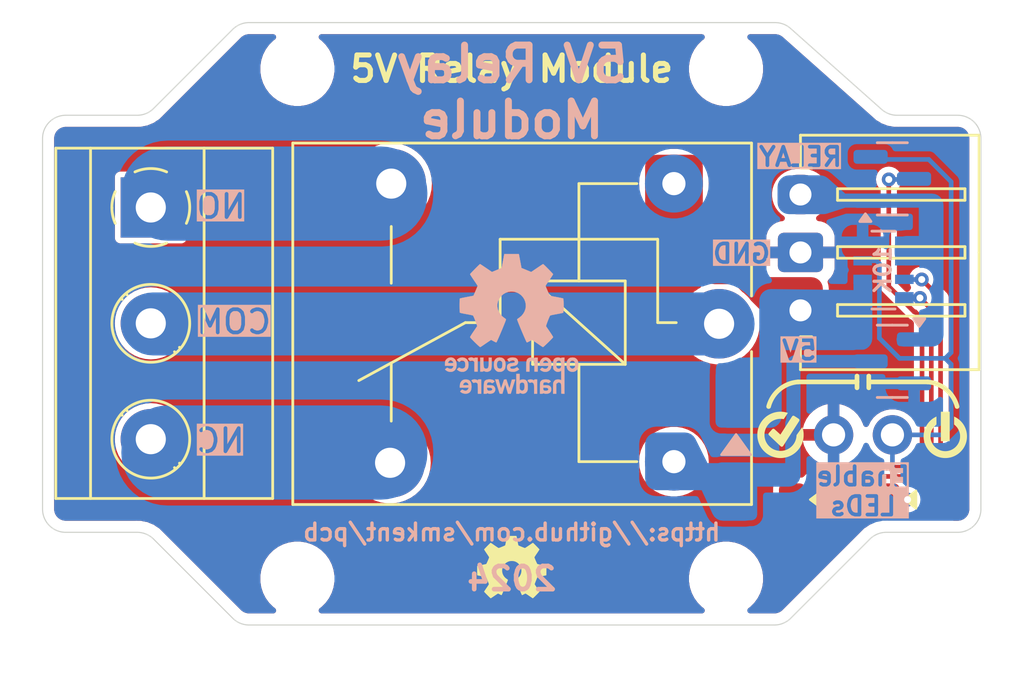
<source format=kicad_pcb>
(kicad_pcb (version 20240108) (generator "pcbnew") (generator_version "8.0")
  (layers (0 "F.Cu" signal) (31 "B.Cu" signal) (34 "B.Paste" user) (35 "F.Paste" user) (36 "B.SilkS" user "B.Silkscreen") (37 "F.SilkS" user "F.Silkscreen") (38 "B.Mask" user) (39 "F.Mask" user) (44 "Edge.Cuts" user))
  (net 0 "")
  (net 1 "+5V")
  (net 2 "RELAY_COIL")
  (net 3 "GND")
  (net 4 "RELAY_CONTROL")
  (net 5 "RELAY_SW_NO")
  (net 6 "RELAY_SW_NC")
  (net 7 "RELAY_SW_COMMON")
  (net 8 "LED_GND")
  (net 9 "Net-(LED1-A)")
  (net 10 "Net-(LED2-A)")
  (net 11 "Net-(LED2-K)")
  (footprint "MountingHole:MountingHole_2.7mm_M2.5" (layer "F.Cu") (at 110 140)
    (property "Reference" "REF**" (hide yes))
    (property "Value" "MountingHole_2.7mm_M2.5")
    (pad "" np_thru_hole circle (at 0 0) (size 2.7 2.7) (drill 2.7) (layers "F&B.Cu" "*.Mask"))
  )
  (footprint "custom:TerminalBlock_Phoenix_MKDS-1,5-3_1x03_P5.00mm_Horizontal_simple" (layer "F.Cu") (at 103.672 123.98 -90)
    (property "Reference" "J2" (hide yes))
    (property "Value" "Screw_Terminal_01x03")
    (pad "1" thru_hole rect (at 0 0 270) (size 2.6 2.6) (drill 1.3) (layers "*.Cu" "*.Mask") (net 5 "RELAY_SW_NO"))
    (pad "2" thru_hole circle (at 5 0 270) (size 2.6 2.6) (drill 1.3) (layers "*.Cu" "*.Mask") (net 7 "RELAY_SW_COMMON"))
    (pad "3" thru_hole circle (at 10 0 270) (size 2.6 2.6) (drill 1.3) (layers "*.Cu" "*.Mask") (net 6 "RELAY_SW_NC"))
  )
  (footprint "MountingHole:MountingHole_2.7mm_M2.5" (layer "F.Cu") (at 128.5 118)
    (property "Reference" "REF**" (hide yes))
    (property "Value" "MountingHole_2.7mm_M2.5")
    (pad "" np_thru_hole circle (at 0 0) (size 2.7 2.7) (drill 2.7) (layers "F&B.Cu" "*.Mask"))
  )
  (footprint "custom:LED_0805_2012Metric_Pad1.15x1.40mm_HandSolder_simple" (layer "F.Cu") (at 132.383 136.588)
    (property "Reference" "LED2" (hide yes))
    (property "Value" "LED")
    (pad "1" smd roundrect (at -1.025 0) (size 1.15 1.4) (layers "F.Cu" "F.Paste" "F.Mask") (roundrect_rratio 0.217391) (net 11 "Net-(LED2-K)"))
    (pad "2" smd roundrect (at 1.025 0) (size 1.15 1.4) (layers "F.Cu" "F.Paste" "F.Mask") (roundrect_rratio 0.217391) (net 10 "Net-(LED2-A)"))
  )
  (footprint "graphics:icon-check-mark-circle-2mm" (layer "F.Cu") (at 130.85 133.794)
    (property "Reference" "G***" (hide yes))
    (property "Value" "LOGO" (hide yes))
  )
  (footprint "Relay_THT:Relay_SPDT_SANYOU_SRD_Series_Form_C" (layer "F.Cu") (at 128.2 129 180)
    (property "Reference" "K1" (hide yes))
    (property "Value" "Relay_SPDT")
    (pad "1" thru_hole circle (at 0 0 270) (size 3 3) (drill 1.3) (layers "*.Cu" "*.Mask") (net 7 "RELAY_SW_COMMON"))
    (pad "2" thru_hole circle (at 1.95 6.05 270) (size 2.5 2.5) (drill 1) (layers "*.Cu" "*.Mask") (net 1 "+5V"))
    (pad "3" thru_hole circle (at 14.15 6.05 270) (size 3 3) (drill 1.3) (layers "*.Cu" "*.Mask") (net 5 "RELAY_SW_NO"))
    (pad "4" thru_hole circle (at 14.2 -6 270) (size 3 3) (drill 1.3) (layers "*.Cu" "*.Mask") (net 6 "RELAY_SW_NC"))
    (pad "5" thru_hole circle (at 1.95 -5.95 270) (size 2.5 2.5) (drill 1) (layers "*.Cu" "*.Mask") (net 2 "RELAY_COIL"))
  )
  (footprint "graphics:icon-power-2mm" (layer "F.Cu") (at 137.962 133.794)
    (property "Reference" "G***" (hide yes))
    (property "Value" "LOGO" (hide yes))
  )
  (footprint "custom:PinHeader_1x02_P2.54mm_Vertical_simple" (layer "F.Cu") (at 135.681 133.794 -90)
    (property "Reference" "J3" (hide yes))
    (property "Value" "Conn_01x02")
    (pad "1" thru_hole oval (at 0 0 270) (size 1.7 1.7) (drill 1) (layers "*.Cu" "*.Mask") (net 8 "LED_GND"))
    (pad "2" thru_hole oval (at 0 2.54 270) (size 1.7 1.7) (drill 1) (layers "*.Cu" "*.Mask") (net 3 "GND"))
  )
  (footprint "custom:LED_0805_2012Metric_Pad1.15x1.40mm_HandSolder_simple" (layer "F.Cu") (at 136.447 136.588)
    (property "Reference" "LED1" (hide yes))
    (property "Value" "LED")
    (pad "1" smd roundrect (at -1.025 0) (size 1.15 1.4) (layers "F.Cu" "F.Paste" "F.Mask") (roundrect_rratio 0.217391) (net 8 "LED_GND"))
    (pad "2" smd roundrect (at 1.025 0) (size 1.15 1.4) (layers "F.Cu" "F.Paste" "F.Mask") (roundrect_rratio 0.217391) (net 9 "Net-(LED1-A)"))
  )
  (footprint "MountingHole:MountingHole_2.7mm_M2.5" (layer "F.Cu") (at 110 118)
    (property "Reference" "REF**" (hide yes))
    (property "Value" "MountingHole_2.7mm_M2.5")
    (pad "" np_thru_hole circle (at 0 0) (size 2.7 2.7) (drill 2.7) (layers "*.Cu" "*.Mask"))
  )
  (footprint "custom:JST_XH_S3B-XH_1x03_P2.50mm_Horizontal_pad2gnd" (layer "F.Cu") (at 131.712 128.42 90)
    (property "Reference" "J1" (hide yes))
    (property "Value" "Conn_01x03")
    (pad "1" thru_hole oval (at 0 0 90) (size 1.7 1.95) (drill 0.95) (layers "*.Cu" "*.Mask") (net 1 "+5V"))
    (pad "2" thru_hole roundrect (at 2.5 0 90) (size 1.7 1.95) (drill 0.95) (layers "*.Cu" "*.Mask") (roundrect_rratio 0.1470588235) (net 3 "GND"))
    (pad "3" thru_hole oval (at 5 0 90) (size 1.7 1.95) (drill 0.95) (layers "*.Cu" "*.Mask") (net 4 "RELAY_CONTROL"))
  )
  (footprint "graphics:oshw-logo-3mm" (layer "F.Cu") (at 119.25 139.5)
    (property "Reference" "G***" (hide yes))
    (property "Value" "LOGO" (hide yes))
  )
  (footprint "MountingHole:MountingHole_2.7mm_M2.5" (layer "F.Cu") (at 128.5 140)
    (property "Reference" "REF**" (hide yes))
    (property "Value" "MountingHole_2.7mm_M2.5")
    (pad "" np_thru_hole circle (at 0 0) (size 2.7 2.7) (drill 2.7) (layers "F&B.Cu" "*.Mask"))
  )
  (footprint "Symbol:OSHW-Logo_5.7x6mm_SilkScreen" (layer "B.Cu") (at 119.25 129 180)
    (property "Reference" "REF**" (hide yes))
    (property "Value" "OSHW-Logo_5.7x6mm_SilkScreen" (hide yes))
  )
  (footprint "Package_TO_SOT_SMD:SOT-23" (layer "B.Cu") (at 135.676 122.745)
    (property "Reference" "Q2" (hide yes))
    (property "Value" "BSS138")
    (pad "1" smd roundrect (at -0.9375 0.95) (size 1.475 0.6) (layers "B.Cu" "B.Paste" "B.Mask") (net 4 "RELAY_CONTROL"))
    (pad "2" smd roundrect (at -0.9375 -0.95) (size 1.475 0.6) (layers "B.Cu" "B.Paste" "B.Mask") (net 8 "LED_GND"))
    (pad "3" smd roundrect (at 0.9375 0) (size 1.475 0.6) (layers "B.Cu" "B.Paste" "B.Mask") (net 11 "Net-(LED2-K)"))
  )
  (footprint "Resistor_SMD:R_Array_Convex_4x0603" (layer "B.Cu") (at 135.295 126.682 180)
    (property "Reference" "RN1" (hide yes))
    (property "Value" "10K")
    (pad "1" smd rect (at -0.9 1.2 180) (size 0.8 0.5) (layers "B.Cu" "B.Paste" "B.Mask") (net 4 "RELAY_CONTROL"))
    (pad "2" smd rect (at -0.9 0.4 180) (size 0.8 0.4) (layers "B.Cu" "B.Paste" "B.Mask") (net 4 "RELAY_CONTROL"))
    (pad "3" smd rect (at -0.9 -0.4 180) (size 0.8 0.4) (layers "B.Cu" "B.Paste" "B.Mask") (net 9 "Net-(LED1-A)"))
    (pad "4" smd rect (at -0.9 -1.2 180) (size 0.8 0.5) (layers "B.Cu" "B.Paste" "B.Mask") (net 10 "Net-(LED2-A)"))
    (pad "5" smd rect (at 0.9 -1.2 180) (size 0.8 0.5) (layers "B.Cu" "B.Paste" "B.Mask") (net 1 "+5V"))
    (pad "6" smd rect (at 0.9 -0.4 180) (size 0.8 0.4) (layers "B.Cu" "B.Paste" "B.Mask") (net 1 "+5V"))
    (pad "7" smd rect (at 0.9 0.4 180) (size 0.8 0.4) (layers "B.Cu" "B.Paste" "B.Mask") (net 8 "LED_GND"))
    (pad "8" smd rect (at 0.9 1.2 180) (size 0.8 0.5) (layers "B.Cu" "B.Paste" "B.Mask") (net 3 "GND"))
  )
  (footprint "Package_TO_SOT_SMD:SOT-23" (layer "B.Cu") (at 135.676 130.619 180)
    (property "Reference" "Q1" (hide yes))
    (property "Value" "BSS138")
    (pad "1" smd roundrect (at -0.9375 0.95 180) (size 1.475 0.6) (layers "B.Cu" "B.Paste" "B.Mask") (net 4 "RELAY_CONTROL"))
    (pad "2" smd roundrect (at -0.9375 -0.95 180) (size 1.475 0.6) (layers "B.Cu" "B.Paste" "B.Mask") (net 3 "GND"))
    (pad "3" smd roundrect (at 0.9375 0 180) (size 1.475 0.6) (layers "B.Cu" "B.Paste" "B.Mask") (net 2 "RELAY_COIL"))
  )
  (footprint "custom:D_SMA_simple" (layer "B.Cu") (at 128.945 134.2324 -90)
    (property "Reference" "D1" (hide yes))
    (property "Value" "SS34")
    (pad "1" smd roundrect (at -2 0 270) (size 2.5 1.8) (layers "B.Cu" "B.Paste" "B.Mask") (roundrect_rratio 0.1388888889) (net 1 "+5V"))
    (pad "2" smd roundrect (at 2 0 270) (size 2.5 1.8) (layers "B.Cu" "B.Paste" "B.Mask") (roundrect_rratio 0.1388888889) (net 2 "RELAY_COIL"))
  )
  (gr_arc (start 130.337985 132.570874) (mid 130.803219 131.836521) (end 131.608489 131.509) (stroke (width 0.2)) (layer "F.SilkS"))
  (gr_line (start 134.66 131.255) (end 134.66 131.763) (stroke (width 0.2)) (layer "F.SilkS"))
  (gr_line (start 131.612 131.509) (end 134.152 131.509) (stroke (width 0.2)) (layer "F.SilkS"))
  (gr_line (start 134.152 131.255) (end 134.152 131.763) (stroke (width 0.2)) (layer "F.SilkS"))
  (gr_line (start 134.66 131.509) (end 137.2 131.509) (stroke (width 0.2)) (layer "F.SilkS"))
  (gr_arc (start 137.2 131.509) (mid 138.00529 131.836499) (end 138.470504 132.570874) (stroke (width 0.2)) (layer "F.SilkS"))
  (gr_poly (pts (arc (start 138.5 138) (mid 139.207107 137.707107) (end 139.5 137)) (arc (start 139.5 121) (mid 139.207107 120.292893) (end 138.5 120)) (arc (start 135.880199 120) (mid 135.524818 119.934722) (end 135.215835 119.747409)) (arc (start 131.284165 116.252591) (mid 130.975182 116.065279) (end 130.619801 116)) (arc (start 107.914214 116) (mid 107.53153 116.07612) (end 107.207107 116.292893)) (arc (start 103.792893 119.707107) (mid 103.468469 119.923875) (end 103.085786 120)) (arc (start 100 120) (mid 99.292893 120.292893) (end 99 121)) (arc (start 99 137) (mid 99.292893 137.707107) (end 100 138)) (arc (start 103.085786 138) (mid 103.468472 138.076116) (end 103.792893 138.292893)) (arc (start 107.207107 141.707107) (mid 107.531528 141.923884) (end 107.914214 142)) (arc (start 130.585786 142) (mid 130.96847 141.92388) (end 131.292893 141.707107)) (arc (start 134.707107 138.292893) (mid 135.03153 138.07612) (end 135.414214 138))) (stroke (width 0.05)) (fill none) (layer "Edge.Cuts"))
  (gr_text "NO" (at 105.5516 123.9388 0) (layer "B.SilkS" knockout) (effects (font (size 1 1) (thickness 0.16) (bold yes)) (justify right mirror)))
  (gr_text "RELAY" (at 131.7136 122.2624 0) (layer "B.SilkS" knockout) (effects (font (size 0.8 0.8) (thickness 0.16) (bold yes)) (justify bottom mirror)))
  (gr_text "COM" (at 105.5516 128.9172 0) (layer "B.SilkS" knockout) (effects (font (size 1 1) (thickness 0.16) (bold yes)) (justify right mirror)))
  (gr_text "2024" (at 119.25 140 0) (layer "B.SilkS") (effects (font (size 1 1) (thickness 0.2) (bold yes)) (justify mirror)))
  (gr_text "NC" (at 105.5516 134.048 0) (layer "B.SilkS" knockout) (effects (font (size 1 1) (thickness 0.16) (bold yes)) (justify right mirror)))
  (gr_text "5V Relay\nModule\n" (at 119.25 119 0) (layer "B.SilkS") (effects (font (size 1.5 1.5) (thickness 0.3) (bold yes)) (justify mirror)))
  (gr_text "https://github.com/smkent/pcb" (at 119.25 138 0) (layer "B.SilkS") (effects (font (size 0.73 0.73) (thickness 0.146) (bold yes)) (justify mirror)))
  (gr_text "Enable\nLEDs" (at 134.411 135.1148 0) (layer "B.SilkS" knockout) (effects (font (size 0.8 0.8) (thickness 0.16) (bold yes)) (justify top mirror)))
  (gr_text "10K" (at 135.2696 126.682 90) (layer "B.SilkS") (effects (font (size 0.7 0.7) (thickness 0.14) (bold yes)) (justify mirror)))
  (gr_text "GND" (at 130.4944 125.9708 0) (layer "B.SilkS" knockout) (effects (font (size 0.8 0.8) (thickness 0.16) (bold yes)) (justify left mirror)))
  (gr_text "5V" (at 131.6628 129.6792 0) (layer "B.SilkS" knockout) (effects (font (size 0.8 0.8) (thickness 0.16) (bold yes)) (justify top mirror)))
  (gr_text "5V Relay Module\n" (at 119.25 118 0) (layer "F.SilkS") (effects (font (size 1.1 1.1) (thickness 0.22) (bold yes))))
  (segment (start 136.3364 136.588) (end 135.422 136.588) (width 0.2) (layer "F.Cu") (net 8))
  (via (at 136.3364 136.588) (size 0.6) (drill 0.3) (layers "F.Cu" "B.Cu") (net 8))
  (segment (start 135.681 135.9326) (end 136.3364 136.588) (width 0.2) (layer "B.Cu") (net 8))
  (segment (start 138.216 130.238) (end 137.962 130.492) (width 0.2) (layer "B.Cu") (net 8))
  (segment (start 134.995 126.282) (end 134.395 126.282) (width 0.2) (layer "B.Cu") (net 8))
  (segment (start 137.2508 121.9068) (end 138.216 122.872) (width 0.2) (layer "B.Cu") (net 8))
  (segment (start 137.962 130.492) (end 135.989552 130.492) (width 0.2) (layer "B.Cu") (net 8))
  (segment (start 138.216 122.872) (end 138.216 130.238) (width 0.2) (layer "B.Cu") (net 8))
  (segment (start 135.989552 130.492) (end 135.1172 129.619648) (width 0.2) (layer "B.Cu") (net 8))
  (segment (start 137.8604 133.794) (end 135.681 133.794) (width 0.2) (layer "B.Cu") (net 8))
  (segment (start 134.7385 121.795) (end 134.8503 121.9068) (width 0.2) (layer "B.Cu") (net 8))
  (segment (start 135.681 133.794) (end 135.681 135.9326) (width 0.2) (layer "B.Cu") (net 8))
  (segment (start 135.1172 126.4042) (end 134.995 126.282) (width 0.2) (layer "B.Cu") (net 8))
  (segment (start 138.216 133.4384) (end 137.8604 133.794) (width 0.2) (layer "B.Cu") (net 8))
  (segment (start 134.8503 121.9068) (end 137.2508 121.9068) (width 0.2) (layer "B.Cu") (net 8))
  (segment (start 135.1172 129.619648) (end 135.1172 126.4042) (width 0.2) (layer "B.Cu") (net 8))
  (segment (start 138.216 130.746) (end 138.216 133.4384) (width 0.2) (layer "B.Cu") (net 8))
  (segment (start 137.962 130.492) (end 138.216 130.746) (width 0.2) (layer "B.Cu") (net 8))
  (segment (start 137.7588 127.9012) (end 136.946 127.0884) (width 0.2) (layer "F.Cu") (net 9))
  (segment (start 137.7588 136.3012) (end 137.7588 127.9012) (width 0.2) (layer "F.Cu") (net 9))
  (segment (start 137.472 136.588) (end 137.7588 136.3012) (width 0.2) (layer "F.Cu") (net 9))
  (via (at 136.946 127.0884) (size 0.6) (drill 0.3) (layers "F.Cu" "B.Cu") (net 9))
  (segment (start 136.946 127.0884) (end 136.2014 127.0884) (width 0.2) (layer "B.Cu") (net 9))
  (segment (start 136.2014 127.0884) (end 136.195 127.082) (width 0.2) (layer "B.Cu") (net 9))
  (segment (start 133.408 136.588) (end 134.408 135.588) (width 0.2) (layer "F.Cu") (net 10))
  (segment (start 136.5744 135.588) (end 137.3588 134.8036) (width 0.2) (layer "F.Cu") (net 10))
  (segment (start 137.3588 128.374784) (end 136.868673 127.884657) (width 0.2) (layer "F.Cu") (net 10))
  (segment (start 134.408 135.588) (end 136.5744 135.588) (width 0.2) (layer "F.Cu") (net 10))
  (segment (start 137.3588 134.8036) (end 137.3588 128.374784) (width 0.2) (layer "F.Cu") (net 10))
  (via (at 136.868673 127.884657) (size 0.6) (drill 0.3) (layers "F.Cu" "B.Cu") (net 10))
  (segment (start 136.868673 127.884657) (end 136.197657 127.884657) (width 0.2) (layer "B.Cu") (net 10))
  (segment (start 136.197657 127.884657) (end 136.195 127.882) (width 0.2) (layer "B.Cu") (net 10))
  (segment (start 134.242314 135.188) (end 136.408714 135.188) (width 0.2) (layer "F.Cu") (net 11))
  (segment (start 136.9588 134.637914) (end 136.9588 128.7776) (width 0.2) (layer "F.Cu") (net 11))
  (segment (start 136.665857 128.484657) (end 136.620144 128.484657) (width 0.2) (layer "F.Cu") (net 11))
  (segment (start 135.5236 127.388113) (end 135.5236 122.7704) (width 0.2) (layer "F.Cu") (net 11))
  (segment (start 131.358 136.588) (end 132.358 135.588) (width 0.2) (layer "F.Cu") (net 11))
  (segment (start 136.9588 128.7776) (end 136.665857 128.484657) (width 0.2) (layer "F.Cu") (net 11))
  (segment (start 132.358 135.588) (end 133.842314 135.588) (width 0.2) (layer "F.Cu") (net 11))
  (segment (start 133.842314 135.588) (end 134.242314 135.188) (width 0.2) (layer "F.Cu") (net 11))
  (segment (start 136.620144 128.484657) (end 135.5236 127.388113) (width 0.2) (layer "F.Cu") (net 11))
  (segment (start 136.408714 135.188) (end 136.9588 134.637914) (width 0.2) (layer "F.Cu") (net 11))
  (via (at 135.5236 122.7704) (size 0.6) (drill 0.3) (layers "F.Cu" "B.Cu") (net 11))
  (segment (start 136.5881 122.7704) (end 136.6135 122.745) (width 0.2) (layer "B.Cu") (net 11))
  (segment (start 135.5236 122.7704) (end 136.5881 122.7704) (width 0.2) (layer "B.Cu") (net 11))
  (zone (net 1) (net_name "+5V") (layer "F.Cu") (priority 4) (connect_pads yes (clearance 0)) (min_thickness 0.25) (fill yes (thermal_gap 0.5) (thermal_bridge_width 0.5) (smoothing fillet) (radius 0.5))
    (polygon (pts (xy 132.6788 129.2728) (xy 130.7484 129.2728) (xy 130.7484 129.1712) (xy 128.8688 127.2916) (xy 127.802 127.2916) (xy 125.008 124.4976) (xy 125.008 121.7036) (xy 127.4972 121.7036) (xy 127.4972 124.4976) (xy 129.9864 126.9868) (xy 132.6788 126.9868)))
  )
  (zone (net 3) (net_name "GND") (layers "F&B.Cu") (connect_pads (clearance 0.25)) (min_thickness 0.25) (fill yes (thermal_gap 0.5) (thermal_bridge_width 0.5))
    (polygon (pts (xy 140 142) (xy 98.5 142) (xy 98.5 116) (xy 140 116)))
  )
  (zone (net 6) (net_name "RELAY_SW_NC") (layer "B.Cu") (priority 5) (connect_pads yes (clearance 0)) (min_thickness 0.25) (fill yes (thermal_gap 0.5) (thermal_bridge_width 0.5) (smoothing fillet) (radius 2))
    (polygon (pts (xy 115.61 136.588) (xy 102.402 136.588) (xy 102.402 132.524) (xy 115.61 132.524)))
  )
  (zone (net 2) (net_name "RELAY_COIL") (layer "B.Cu") (priority 2) (connect_pads yes (clearance 0)) (min_thickness 0.25) (fill yes (thermal_gap 0.5) (thermal_bridge_width 0.5) (smoothing fillet) (radius 0.5))
    (polygon (pts (xy 135.4728 130.3396) (xy 133.9996 130.3396) (xy 131.0532 130.3396) (xy 131.0532 135.0132) (xy 127.7004 135.0132) (xy 127.04 133.6924) (xy 125.008 133.6924) (xy 125.008 136.1816) (xy 127.4464 136.1816) (xy 128.056 137.5024) (xy 129.834 137.5024) (xy 129.834 136.0292) (xy 131.7136 136.0292) (xy 131.7136 130.8984) (xy 135.4728 130.8984)))
  )
  (zone (net 1) (net_name "+5V") (layer "B.Cu") (priority 3) (connect_pads yes (clearance 0)) (min_thickness 0.25) (fill yes (thermal_gap 0.5) (thermal_bridge_width 0.5) (smoothing fillet) (radius 0.5))
    (polygon (pts (xy 134.8124 126.8852) (xy 133.9996 126.8852) (xy 133.9996 127.5456) (xy 129.9356 127.4948) (xy 129.9356 130.4412) (xy 128.056 130.492) (xy 128.056 133.4892) (xy 130.9008 133.4892) (xy 130.9008 130.1364) (xy 134.8124 130.1364) (xy 134.8124 128.1552)))
  )
  (zone (net 5) (net_name "RELAY_SW_NO") (layer "B.Cu") (priority 5) (connect_pads yes (clearance 0)) (min_thickness 0.25) (fill yes (thermal_gap 0.5) (thermal_bridge_width 0.5) (smoothing fillet) (radius 2))
    (polygon (pts (xy 115.61 125.412) (xy 102.402 125.412) (xy 102.402 121.348) (xy 115.61 121.348)))
  )
  (zone (net 7) (net_name "RELAY_SW_COMMON") (layer "B.Cu") (priority 5) (connect_pads yes (clearance 0)) (min_thickness 0.25) (fill yes (thermal_gap 0.5) (thermal_bridge_width 0.5) (smoothing fillet) (radius 2))
    (polygon (pts (xy 129.7324 130.365) (xy 102.402 130.365) (xy 102.402 127.6472) (xy 129.7324 127.6472)))
  )
  (zone (net 4) (net_name "RELAY_CONTROL") (layer "B.Cu") (priority 1) (connect_pads yes (clearance 0)) (min_thickness 0.25) (fill yes (thermal_gap 0.5) (thermal_bridge_width 0.5) (smoothing fillet) (radius 0.5))
    (polygon (pts (xy 133.644 123.38) (xy 132.755 122.5926) (xy 130.723 122.5926) (xy 130.723 124.269) (xy 132.7804 124.269) (xy 133.644 123.9896) (xy 136.819 123.9896) (xy 136.819 125.2088) (xy 135.7776 125.2088) (xy 135.7776 126.4788) (xy 136.8444 126.4788) (xy 136.819 129.3744) (xy 135.8538 129.3744) (xy 135.8538 129.984) (xy 137.8858 129.984) (xy 137.8858 123.38)))
  )
)
</source>
